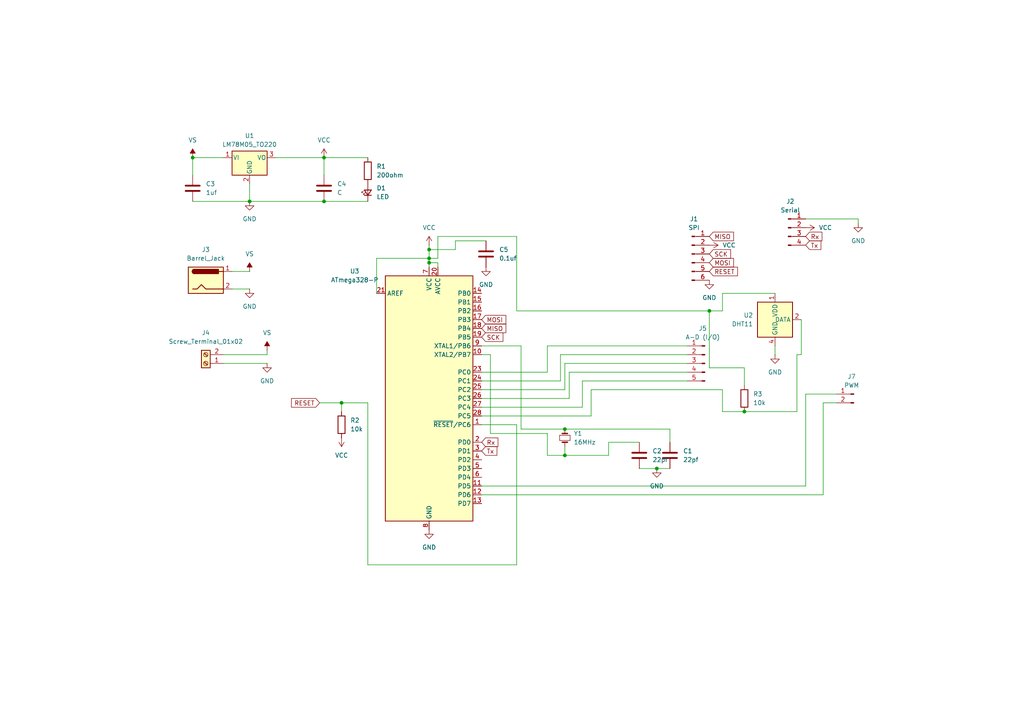
<source format=kicad_sch>
(kicad_sch (version 20250114) (generator "eeschema") (generator_version "9.0")
  (paper "A4")
  (lib_symbols
    (symbol "Connector:Barrel_Jack" (pin_names (offset 1.016))
      (property "Reference" "J" (at 0 5.334 0))
      (property "Value" "Barrel_Jack" (at 0 -5.08 0))
      (symbol "Barrel_Jack_0_1"
        (rectangle (start -5.08 3.81) (end 5.08 -3.81) (stroke (width 0.254)) (fill (type background)))
        (polyline (pts (xy -3.81 -2.54) (xy -2.54 -2.54) (xy -1.27 -1.27) (xy 0 -2.54) (xy 2.54 -2.54) (xy 5.08 -2.54)) (stroke (width 0.254)))
        (arc (start -3.302 1.905) (mid -3.9343 2.54) (end -3.302 3.175) (stroke (width 0.254)))
        (arc (start -3.302 1.905) (mid -3.9343 2.54) (end -3.302 3.175) (stroke (width 0.254)) (fill (type outline)))
        (rectangle (start 3.683 3.175) (end -3.302 1.905) (stroke (width 0.254)) (fill (type outline)))
        (polyline (pts (xy 5.08 2.54) (xy 3.81 2.54)) (stroke (width 0.254)))
      )
      (symbol "Barrel_Jack_1_1"
        (pin passive line (at 7.62 2.54 180) (length 2.54) (name "~") (number "1"))
        (pin passive line (at 7.62 -2.54 180) (length 2.54) (name "~") (number "2"))
      )
    )
    (symbol "Connector:Conn_01x02_Pin" (pin_names (offset 1.016) (hide yes))
      (property "Reference" "J" (at 0 2.54 0))
      (property "Value" "Conn_01x02_Pin" (at 0 -5.08 0))
      (symbol "Conn_01x02_Pin_1_1"
        (rectangle (start 0.8636 0.127) (end 0 -0.127) (stroke (width 0.1524)) (fill (type outline)))
        (rectangle (start 0.8636 -2.413) (end 0 -2.667) (stroke (width 0.1524)) (fill (type outline)))
        (polyline (pts (xy 1.27 0) (xy 0.8636 0)) (stroke (width 0.1524)))
        (polyline (pts (xy 1.27 -2.54) (xy 0.8636 -2.54)) (stroke (width 0.1524)))
        (pin passive line (at 5.08 0 180) (length 3.81) (name "Pin_1") (number "1"))
        (pin passive line (at 5.08 -2.54 180) (length 3.81) (name "Pin_2") (number "2"))
      )
    )
    (symbol "Connector:Conn_01x04_Pin" (pin_names (offset 1.016) (hide yes))
      (property "Reference" "J" (at 0 5.08 0))
      (property "Value" "Conn_01x04_Pin" (at 0 -7.62 0))
      (symbol "Conn_01x04_Pin_1_1"
        (rectangle (start 0.8636 2.667) (end 0 2.413) (stroke (width 0.1524)) (fill (type outline)))
        (rectangle (start 0.8636 0.127) (end 0 -0.127) (stroke (width 0.1524)) (fill (type outline)))
        (rectangle (start 0.8636 -2.413) (end 0 -2.667) (stroke (width 0.1524)) (fill (type outline)))
        (rectangle (start 0.8636 -4.953) (end 0 -5.207) (stroke (width 0.1524)) (fill (type outline)))
        (polyline (pts (xy 1.27 2.54) (xy 0.8636 2.54)) (stroke (width 0.1524)))
        (polyline (pts (xy 1.27 0) (xy 0.8636 0)) (stroke (width 0.1524)))
        (polyline (pts (xy 1.27 -2.54) (xy 0.8636 -2.54)) (stroke (width 0.1524)))
        (polyline (pts (xy 1.27 -5.08) (xy 0.8636 -5.08)) (stroke (width 0.1524)))
        (pin passive line (at 5.08 2.54 180) (length 3.81) (name "Pin_1") (number "1"))
        (pin passive line (at 5.08 0 180) (length 3.81) (name "Pin_2") (number "2"))
        (pin passive line (at 5.08 -2.54 180) (length 3.81) (name "Pin_3") (number "3"))
        (pin passive line (at 5.08 -5.08 180) (length 3.81) (name "Pin_4") (number "4"))
      )
    )
    (symbol "Connector:Conn_01x05_Pin" (pin_names (offset 1.016) (hide yes))
      (property "Reference" "J" (at 0 7.62 0))
      (property "Value" "Conn_01x05_Pin" (at 0 -7.62 0))
      (symbol "Conn_01x05_Pin_1_1"
        (rectangle (start 0.8636 5.207) (end 0 4.953) (stroke (width 0.1524)) (fill (type outline)))
        (rectangle (start 0.8636 2.667) (end 0 2.413) (stroke (width 0.1524)) (fill (type outline)))
        (rectangle (start 0.8636 0.127) (end 0 -0.127) (stroke (width 0.1524)) (fill (type outline)))
        (rectangle (start 0.8636 -2.413) (end 0 -2.667) (stroke (width 0.1524)) (fill (type outline)))
        (rectangle (start 0.8636 -4.953) (end 0 -5.207) (stroke (width 0.1524)) (fill (type outline)))
        (polyline (pts (xy 1.27 5.08) (xy 0.8636 5.08)) (stroke (width 0.1524)))
        (polyline (pts (xy 1.27 2.54) (xy 0.8636 2.54)) (stroke (width 0.1524)))
        (polyline (pts (xy 1.27 0) (xy 0.8636 0)) (stroke (width 0.1524)))
        (polyline (pts (xy 1.27 -2.54) (xy 0.8636 -2.54)) (stroke (width 0.1524)))
        (polyline (pts (xy 1.27 -5.08) (xy 0.8636 -5.08)) (stroke (width 0.1524)))
        (pin passive line (at 5.08 5.08 180) (length 3.81) (name "Pin_1") (number "1"))
        (pin passive line (at 5.08 2.54 180) (length 3.81) (name "Pin_2") (number "2"))
        (pin passive line (at 5.08 0 180) (length 3.81) (name "Pin_3") (number "3"))
        (pin passive line (at 5.08 -2.54 180) (length 3.81) (name "Pin_4") (number "4"))
        (pin passive line (at 5.08 -5.08 180) (length 3.81) (name "Pin_5") (number "5"))
      )
    )
    (symbol "Connector:Conn_01x06_Pin" (pin_names (offset 1.016) (hide yes))
      (property "Reference" "J" (at 0 7.62 0))
      (property "Value" "Conn_01x06_Pin" (at 0 -10.16 0))
      (symbol "Conn_01x06_Pin_1_1"
        (rectangle (start 0.8636 5.207) (end 0 4.953) (stroke (width 0.1524)) (fill (type outline)))
        (rectangle (start 0.8636 2.667) (end 0 2.413) (stroke (width 0.1524)) (fill (type outline)))
        (rectangle (start 0.8636 0.127) (end 0 -0.127) (stroke (width 0.1524)) (fill (type outline)))
        (rectangle (start 0.8636 -2.413) (end 0 -2.667) (stroke (width 0.1524)) (fill (type outline)))
        (rectangle (start 0.8636 -4.953) (end 0 -5.207) (stroke (width 0.1524)) (fill (type outline)))
        (rectangle (start 0.8636 -7.493) (end 0 -7.747) (stroke (width 0.1524)) (fill (type outline)))
        (polyline (pts (xy 1.27 5.08) (xy 0.8636 5.08)) (stroke (width 0.1524)))
        (polyline (pts (xy 1.27 2.54) (xy 0.8636 2.54)) (stroke (width 0.1524)))
        (polyline (pts (xy 1.27 0) (xy 0.8636 0)) (stroke (width 0.1524)))
        (polyline (pts (xy 1.27 -2.54) (xy 0.8636 -2.54)) (stroke (width 0.1524)))
        (polyline (pts (xy 1.27 -5.08) (xy 0.8636 -5.08)) (stroke (width 0.1524)))
        (polyline (pts (xy 1.27 -7.62) (xy 0.8636 -7.62)) (stroke (width 0.1524)))
        (pin passive line (at 5.08 5.08 180) (length 3.81) (name "Pin_1") (number "1"))
        (pin passive line (at 5.08 2.54 180) (length 3.81) (name "Pin_2") (number "2"))
        (pin passive line (at 5.08 0 180) (length 3.81) (name "Pin_3") (number "3"))
        (pin passive line (at 5.08 -2.54 180) (length 3.81) (name "Pin_4") (number "4"))
        (pin passive line (at 5.08 -5.08 180) (length 3.81) (name "Pin_5") (number "5"))
        (pin passive line (at 5.08 -7.62 180) (length 3.81) (name "Pin_6") (number "6"))
      )
    )
    (symbol "Connector:Screw_Terminal_01x02" (pin_names (offset 1.016) (hide yes))
      (property "Reference" "J" (at 0 2.54 0))
      (property "Value" "Screw_Terminal_01x02" (at 0 -5.08 0))
      (symbol "Screw_Terminal_01x02_1_1"
        (rectangle (start -1.27 1.27) (end 1.27 -3.81) (stroke (width 0.254)) (fill (type background)))
        (polyline (pts (xy -0.5334 0.3302) (xy 0.3302 -0.508)) (stroke (width 0.1524)))
        (polyline (pts (xy -0.5334 -2.2098) (xy 0.3302 -3.048)) (stroke (width 0.1524)))
        (polyline (pts (xy -0.3556 0.508) (xy 0.508 -0.3302)) (stroke (width 0.1524)))
        (polyline (pts (xy -0.3556 -2.032) (xy 0.508 -2.8702)) (stroke (width 0.1524)))
        (circle (center 0 0) (radius 0.635) (stroke (width 0.1524)))
        (circle (center 0 -2.54) (radius 0.635) (stroke (width 0.1524)))
        (pin passive line (at -5.08 0 0) (length 3.81) (name "Pin_1") (number "1"))
        (pin passive line (at -5.08 -2.54 0) (length 3.81) (name "Pin_2") (number "2"))
      )
    )
    (symbol "Device:C" (pin_numbers (hide yes)) (pin_names (offset 0.254))
      (property "Reference" "C" (at 0.635 2.54 0))
      (property "Value" "C" (at 0.635 -2.54 0))
      (symbol "C_0_1"
        (polyline (pts (xy -2.032 0.762) (xy 2.032 0.762)) (stroke (width 0.508)))
        (polyline (pts (xy -2.032 -0.762) (xy 2.032 -0.762)) (stroke (width 0.508)))
      )
      (symbol "C_1_1"
        (pin passive line (at 0 3.81 270) (length 2.794) (name "~") (number "1"))
        (pin passive line (at 0 -3.81 90) (length 2.794) (name "~") (number "2"))
      )
    )
    (symbol "Device:R" (pin_numbers (hide yes)) (pin_names (offset 0))
      (property "Reference" "R" (at 2.032 0 90))
      (property "Value" "R" (at 0 0 90))
      (symbol "R_0_1"
        (rectangle (start -1.016 -2.54) (end 1.016 2.54) (stroke (width 0.254)))
      )
      (symbol "R_1_1"
        (pin passive line (at 0 3.81 270) (length 1.27) (name "~") (number "1"))
        (pin passive line (at 0 -3.81 90) (length 1.27) (name "~") (number "2"))
      )
    )
    (symbol "MCU_Microchip_ATmega:ATmega328-P"
      (property "Reference" "U" (at -12.7 36.83 0))
      (property "Value" "ATmega328-P" (at 2.54 -36.83 0))
      (symbol "ATmega328-P_0_1"
        (rectangle (start -12.7 -35.56) (end 12.7 35.56) (stroke (width 0.254)) (fill (type background)))
      )
      (symbol "ATmega328-P_1_1"
        (pin passive line (at -15.24 30.48 0) (length 2.54) (name "AREF") (number "21"))
        (pin power_in line (at 0 38.1 270) (length 2.54) (name "VCC") (number "7"))
        (pin passive line (at 0 -38.1 90) (length 2.54) (hide yes) (name "GND") (number "22"))
        (pin power_in line (at 0 -38.1 90) (length 2.54) (name "GND") (number "8"))
        (pin power_in line (at 2.54 38.1 270) (length 2.54) (name "AVCC") (number "20"))
        (pin bidirectional line (at 15.24 30.48 180) (length 2.54) (name "PB0") (number "14"))
        (pin bidirectional line (at 15.24 27.94 180) (length 2.54) (name "PB1") (number "15"))
        (pin bidirectional line (at 15.24 25.4 180) (length 2.54) (name "PB2") (number "16"))
        (pin bidirectional line (at 15.24 22.86 180) (length 2.54) (name "PB3") (number "17"))
        (pin bidirectional line (at 15.24 20.32 180) (length 2.54) (name "PB4") (number "18"))
        (pin bidirectional line (at 15.24 17.78 180) (length 2.54) (name "PB5") (number "19"))
        (pin bidirectional line (at 15.24 15.24 180) (length 2.54) (name "XTAL1/PB6") (number "9"))
        (pin bidirectional line (at 15.24 12.7 180) (length 2.54) (name "XTAL2/PB7") (number "10"))
        (pin bidirectional line (at 15.24 7.62 180) (length 2.54) (name "PC0") (number "23"))
        (pin bidirectional line (at 15.24 5.08 180) (length 2.54) (name "PC1") (number "24"))
        (pin bidirectional line (at 15.24 2.54 180) (length 2.54) (name "PC2") (number "25"))
        (pin bidirectional line (at 15.24 0 180) (length 2.54) (name "PC3") (number "26"))
        (pin bidirectional line (at 15.24 -2.54 180) (length 2.54) (name "PC4") (number "27"))
        (pin bidirectional line (at 15.24 -5.08 180) (length 2.54) (name "PC5") (number "28"))
        (pin bidirectional line (at 15.24 -7.62 180) (length 2.54) (name "~{RESET}/PC6") (number "1"))
        (pin bidirectional line (at 15.24 -12.7 180) (length 2.54) (name "PD0") (number "2"))
        (pin bidirectional line (at 15.24 -15.24 180) (length 2.54) (name "PD1") (number "3"))
        (pin bidirectional line (at 15.24 -17.78 180) (length 2.54) (name "PD2") (number "4"))
        (pin bidirectional line (at 15.24 -20.32 180) (length 2.54) (name "PD3") (number "5"))
        (pin bidirectional line (at 15.24 -22.86 180) (length 2.54) (name "PD4") (number "6"))
        (pin bidirectional line (at 15.24 -25.4 180) (length 2.54) (name "PD5") (number "11"))
        (pin bidirectional line (at 15.24 -27.94 180) (length 2.54) (name "PD6") (number "12"))
        (pin bidirectional line (at 15.24 -30.48 180) (length 2.54) (name "PD7") (number "13"))
      )
    )
    (symbol "Regulator_Linear:LM78M05_TO220" (pin_names (offset 0.254))
      (property "Reference" "U" (at -3.81 3.175 0))
      (property "Value" "LM78M05_TO220" (at 0 3.175 0))
      (symbol "LM78M05_TO220_0_1"
        (rectangle (start -5.08 1.905) (end 5.08 -5.08) (stroke (width 0.254)) (fill (type background)))
      )
      (symbol "LM78M05_TO220_1_1"
        (pin power_in line (at -7.62 0 0) (length 2.54) (name "VI") (number "1"))
        (pin power_in line (at 0 -7.62 90) (length 2.54) (name "GND") (number "2"))
        (pin power_out line (at 7.62 0 180) (length 2.54) (name "VO") (number "3"))
      )
    )
    (symbol "Sensor:DHT11"
      (property "Reference" "U" (at -3.81 6.35 0))
      (property "Value" "DHT11" (at 3.81 6.35 0))
      (symbol "DHT11_0_1"
        (rectangle (start -5.08 5.08) (end 5.08 -5.08) (stroke (width 0.254)) (fill (type background)))
      )
      (symbol "DHT11_1_1"
        (pin no_connect line (at -5.08 0 0) (length 2.54) (hide yes) (name "NC") (number "3"))
        (pin power_in line (at 0 7.62 270) (length 2.54) (name "VDD") (number "1"))
        (pin power_in line (at 0 -7.62 90) (length 2.54) (name "GND") (number "4"))
        (pin bidirectional line (at 7.62 0 180) (length 2.54) (name "DATA") (number "2"))
      )
    )
    (symbol "SparkFun-Clock:Crystal_16MHz_2.0x1.6mm" (pin_numbers (hide yes)) (pin_names (offset 1.016) (hide yes))
      (property "Reference" "Y" (at 0 2.54 0))
      (property "Value" "16MHz" (at 0 -2.54 0))
      (symbol "Crystal_16MHz_2.0x1.6mm_0_1"
        (polyline (pts (xy -1.27 -0.762) (xy -1.27 0.762)) (stroke (width 0.381)))
        (rectangle (start -0.762 -1.524) (end 0.762 1.524))
        (polyline (pts (xy 1.27 -0.762) (xy 1.27 0.762)) (stroke (width 0.381)))
      )
      (symbol "Crystal_16MHz_2.0x1.6mm_1_1"
        (pin passive line (at -2.54 0 0) (length 1.27) (name "1") (number "1"))
        (pin passive line (at 2.54 0 180) (length 1.27) (name "2") (number "2"))
      )
    )
    (symbol "SparkFun-LED:LED" (pin_numbers (hide yes)) (pin_names (offset 1.016) (hide yes))
      (property "Reference" "D" (at 0 2.54 0))
      (property "Value" "LED" (at 0 -2.54 0))
      (symbol "LED_0_1"
        (polyline (pts (xy -0.762 -1.016) (xy -0.762 1.016)) (stroke (width 0.254)))
        (polyline (pts (xy 0 0.762) (xy -0.508 1.27) (xy -0.254 1.27) (xy -0.508 1.27) (xy -0.508 1.016)))
        (polyline (pts (xy 0.508 1.27) (xy 0 1.778) (xy 0.254 1.778) (xy 0 1.778) (xy 0 1.524)))
        (polyline (pts (xy 0.762 -1.016) (xy -0.762 0) (xy 0.762 1.016) (xy 0.762 -1.016)) (stroke (width 0.254)))
        (polyline (pts (xy 1.016 0) (xy -0.762 0)))
      )
      (symbol "LED_1_1"
        (pin passive line (at -2.54 0 0) (length 1.778) (name "K") (number "1"))
        (pin passive line (at 2.54 0 180) (length 1.778) (name "A") (number "2"))
      )
    )
    (symbol "power:GND" (power) (pin_numbers (hide yes)) (pin_names (offset 0) (hide yes))
      (property "Value" "GND" (at 0 -3.81 0))
      (symbol "GND_0_1"
        (polyline (pts (xy 0 0) (xy 0 -1.27) (xy 1.27 -1.27) (xy 0 -2.54) (xy -1.27 -1.27) (xy 0 -1.27)))
      )
      (symbol "GND_1_1"
        (pin power_in line (at 0 0 270) (length 0) (name "~") (number "1"))
      )
    )
    (symbol "power:VCC" (power) (pin_numbers (hide yes)) (pin_names (offset 0) (hide yes))
      (property "Value" "VCC" (at 0 3.556 0))
      (symbol "VCC_0_1"
        (polyline (pts (xy -0.762 1.27) (xy 0 2.54)))
        (polyline (pts (xy 0 2.54) (xy 0.762 1.27)))
        (polyline (pts (xy 0 0) (xy 0 2.54)))
      )
      (symbol "VCC_1_1"
        (pin power_in line (at 0 0 90) (length 0) (name "~") (number "1"))
      )
    )
    (symbol "power:VS" (power) (pin_numbers (hide yes)) (pin_names (offset 0) (hide yes))
      (property "Value" "VS" (at 0 3.556 0))
      (symbol "VS_0_1"
        (polyline (pts (xy 0 0) (xy 0 2.54)))
        (polyline (pts (xy 0.762 1.27) (xy -0.762 1.27) (xy 0 2.54) (xy 0.762 1.27)) (fill (type outline)))
      )
      (symbol "VS_1_1"
        (pin power_in line (at 0 0 90) (length 0) (name "~") (number "1"))
      )
    )
  )
  (junction (at 190.5 135.89))
  (junction (at 93.98 45.72))
  (junction (at 93.98 58.42))
  (junction (at 205.74 90.17))
  (junction (at 215.9 119.38))
  (junction (at 124.46 76.2))
  (junction (at 124.46 72.39))
  (junction (at 55.88 45.72))
  (junction (at 72.39 58.42))
  (junction (at 163.83 132.08))
  (junction (at 124.46 74.93))
  (junction (at 163.83 124.46))
  (junction (at 99.06 116.84))
  (wire (pts (xy 77.47 102.87) (xy 77.47 101.6)))
  (wire (pts (xy 238.76 116.84) (xy 238.76 143.51)))
  (wire (pts (xy 93.98 45.72) (xy 106.68 45.72)))
  (wire (pts (xy 127 74.93) (xy 124.46 74.93)))
  (wire (pts (xy 80.01 45.72) (xy 93.98 45.72)))
  (wire (pts (xy 158.75 100.33) (xy 158.75 107.95)))
  (wire (pts (xy 139.7 102.87) (xy 142.24 102.87)))
  (wire (pts (xy 224.79 85.09) (xy 209.55 85.09)))
  (wire (pts (xy 124.46 72.39) (xy 124.46 74.93)))
  (wire (pts (xy 238.76 143.51) (xy 139.7 143.51)))
  (wire (pts (xy 93.98 45.72) (xy 93.98 50.8)))
  (wire (pts (xy 233.68 63.5) (xy 248.92 63.5)))
  (wire (pts (xy 149.86 123.19) (xy 139.7 123.19)))
  (wire (pts (xy 224.79 100.33) (xy 224.79 102.87)))
  (wire (pts (xy 158.75 132.08) (xy 163.83 132.08)))
  (wire (pts (xy 124.46 74.93) (xy 124.46 76.2)))
  (wire (pts (xy 64.77 102.87) (xy 77.47 102.87)))
  (wire (pts (xy 64.77 105.41) (xy 77.47 105.41)))
  (wire (pts (xy 163.83 132.08) (xy 176.53 132.08)))
  (wire (pts (xy 165.1 115.57) (xy 139.7 115.57)))
  (wire (pts (xy 72.39 78.74) (xy 67.31 78.74)))
  (wire (pts (xy 149.86 68.58) (xy 127 68.58)))
  (wire (pts (xy 233.68 114.3) (xy 242.57 114.3)))
  (wire (pts (xy 185.42 128.27) (xy 176.53 128.27)))
  (wire (pts (xy 194.31 128.27) (xy 194.31 124.46)))
  (wire (pts (xy 55.88 45.72) (xy 64.77 45.72)))
  (wire (pts (xy 165.1 107.95) (xy 199.39 107.95)))
  (wire (pts (xy 215.9 111.76) (xy 215.9 106.68)))
  (wire (pts (xy 55.88 50.8) (xy 55.88 45.72)))
  (wire (pts (xy 185.42 135.89) (xy 190.5 135.89)))
  (wire (pts (xy 190.5 135.89) (xy 194.31 135.89)))
  (wire (pts (xy 205.74 90.17) (xy 149.86 90.17)))
  (wire (pts (xy 127 76.2) (xy 127 77.47)))
  (wire (pts (xy 92.71 116.84) (xy 99.06 116.84)))
  (wire (pts (xy 109.22 85.09) (xy 109.22 74.93)))
  (wire (pts (xy 205.74 106.68) (xy 205.74 90.17)))
  (wire (pts (xy 171.45 120.65) (xy 139.7 120.65)))
  (wire (pts (xy 248.92 63.5) (xy 248.92 64.77)))
  (wire (pts (xy 209.55 113.03) (xy 209.55 119.38)))
  (wire (pts (xy 238.76 116.84) (xy 242.57 116.84)))
  (wire (pts (xy 151.13 100.33) (xy 139.7 100.33)))
  (wire (pts (xy 163.83 124.46) (xy 151.13 124.46)))
  (wire (pts (xy 233.68 114.3) (xy 233.68 140.97)))
  (wire (pts (xy 163.83 105.41) (xy 199.39 105.41)))
  (wire (pts (xy 93.98 58.42) (xy 106.68 58.42)))
  (wire (pts (xy 209.55 85.09) (xy 209.55 90.17)))
  (wire (pts (xy 233.68 140.97) (xy 139.7 140.97)))
  (wire (pts (xy 171.45 113.03) (xy 171.45 120.65)))
  (wire (pts (xy 215.9 106.68) (xy 205.74 106.68)))
  (wire (pts (xy 109.22 74.93) (xy 124.46 74.93)))
  (wire (pts (xy 140.97 69.85) (xy 132.08 69.85)))
  (wire (pts (xy 127 68.58) (xy 127 74.93)))
  (wire (pts (xy 231.14 102.87) (xy 232.41 102.87)))
  (wire (pts (xy 165.1 107.95) (xy 165.1 115.57)))
  (wire (pts (xy 163.83 132.08) (xy 163.83 129.54)))
  (wire (pts (xy 163.83 105.41) (xy 163.83 113.03)))
  (wire (pts (xy 151.13 124.46) (xy 151.13 100.33)))
  (wire (pts (xy 72.39 83.82) (xy 67.31 83.82)))
  (wire (pts (xy 55.88 58.42) (xy 72.39 58.42)))
  (wire (pts (xy 106.68 163.83) (xy 149.86 163.83)))
  (wire (pts (xy 209.55 90.17) (xy 205.74 90.17)))
  (wire (pts (xy 162.56 110.49) (xy 139.7 110.49)))
  (wire (pts (xy 168.91 110.49) (xy 199.39 110.49)))
  (wire (pts (xy 142.24 125.73) (xy 158.75 125.73)))
  (wire (pts (xy 168.91 118.11) (xy 139.7 118.11)))
  (wire (pts (xy 232.41 102.87) (xy 232.41 92.71)))
  (wire (pts (xy 124.46 76.2) (xy 127 76.2)))
  (wire (pts (xy 99.06 116.84) (xy 106.68 116.84)))
  (wire (pts (xy 149.86 163.83) (xy 149.86 123.19)))
  (wire (pts (xy 231.14 119.38) (xy 231.14 102.87)))
  (wire (pts (xy 132.08 72.39) (xy 124.46 72.39)))
  (wire (pts (xy 72.39 58.42) (xy 72.39 53.34)))
  (wire (pts (xy 209.55 119.38) (xy 215.9 119.38)))
  (wire (pts (xy 158.75 107.95) (xy 139.7 107.95)))
  (wire (pts (xy 158.75 100.33) (xy 199.39 100.33)))
  (wire (pts (xy 99.06 119.38) (xy 99.06 116.84)))
  (wire (pts (xy 72.39 58.42) (xy 93.98 58.42)))
  (wire (pts (xy 149.86 90.17) (xy 149.86 68.58)))
  (wire (pts (xy 158.75 125.73) (xy 158.75 132.08)))
  (wire (pts (xy 168.91 110.49) (xy 168.91 118.11)))
  (wire (pts (xy 162.56 102.87) (xy 199.39 102.87)))
  (wire (pts (xy 215.9 119.38) (xy 231.14 119.38)))
  (wire (pts (xy 124.46 76.2) (xy 124.46 77.47)))
  (wire (pts (xy 132.08 69.85) (xy 132.08 72.39)))
  (wire (pts (xy 142.24 102.87) (xy 142.24 125.73)))
  (wire (pts (xy 124.46 71.12) (xy 124.46 72.39)))
  (wire (pts (xy 163.83 113.03) (xy 139.7 113.03)))
  (wire (pts (xy 176.53 128.27) (xy 176.53 132.08)))
  (wire (pts (xy 106.68 116.84) (xy 106.68 163.83)))
  (wire (pts (xy 194.31 124.46) (xy 163.83 124.46)))
  (wire (pts (xy 162.56 102.87) (xy 162.56 110.49)))
  (wire (pts (xy 171.45 113.03) (xy 209.55 113.03)))
  (global_label "MOSI" (shape input) (at 205.74 76.2 0) (property "Intersheetrefs" "${INTERSHEET_REFS}" (effects (hide yes))))
  (global_label "MISO" (shape input) (at 205.74 68.58 0) (property "Intersheetrefs" "${INTERSHEET_REFS}" (effects (hide yes))))
  (global_label "Rx" (shape input) (at 233.68 68.58 0) (property "Intersheetrefs" "${INTERSHEET_REFS}" (effects (hide yes))))
  (global_label "Rx" (shape input) (at 139.7 128.27 0) (property "Intersheetrefs" "${INTERSHEET_REFS}" (effects (hide yes))))
  (global_label "SCK" (shape input) (at 205.74 73.66 0) (property "Intersheetrefs" "${INTERSHEET_REFS}" (effects (hide yes))))
  (global_label "MOSI" (shape input) (at 139.7 92.71 0) (property "Intersheetrefs" "${INTERSHEET_REFS}" (effects (hide yes))))
  (global_label "MISO" (shape input) (at 139.7 95.25 0) (property "Intersheetrefs" "${INTERSHEET_REFS}" (effects (hide yes))))
  (global_label "RESET" (shape input) (at 92.71 116.84 180) (property "Intersheetrefs" "${INTERSHEET_REFS}" (effects (hide yes))))
  (global_label "Tx" (shape input) (at 139.7 130.81 0) (property "Intersheetrefs" "${INTERSHEET_REFS}" (effects (hide yes))))
  (global_label "SCK" (shape input) (at 139.7 97.79 0) (property "Intersheetrefs" "${INTERSHEET_REFS}" (effects (hide yes))))
  (global_label "RESET" (shape input) (at 205.74 78.74 0) (property "Intersheetrefs" "${INTERSHEET_REFS}" (effects (hide yes))))
  (global_label "Tx" (shape input) (at 233.68 71.12 0) (property "Intersheetrefs" "${INTERSHEET_REFS}" (effects (hide yes))))
  (symbol (lib_id "Device:R") (at 99.06 123.19 0) (unit 1)
    (property "Reference" "R2" (at 101.6 121.9199 0) (effects (justify left)))
    (property "Value" "10k" (at 101.6 124.4599 0) (effects (justify left)))
    (property "Footprint" "Resistor_THT:R_Axial_DIN0204_L3.6mm_D1.6mm_P1.90mm_Vertical" (effects (hide yes)))
    (property "Description" "Resistor" (effects (hide yes)))
  )
  (symbol (lib_id "Connector:Conn_01x05_Pin") (at 204.47 105.41 0) (mirror y) (unit 1)
    (property "Reference" "J5" (at 203.835 95.25 0))
    (property "Value" "A-D (I/O)" (at 203.835 97.79 0))
    (property "Footprint" "Connector_PinSocket_2.54mm:PinSocket_1x05_P2.54mm_Vertical" (effects (hide yes)))
    (property "Description" "Generic connector, single row, 01x05, script generated" (effects (hide yes)))
  )
  (symbol (lib_id "power:VCC") (at 93.98 45.72 0) (unit 1)
    (property "Reference" "#PWR06" (effects (hide yes)))
    (property "Value" "VCC" (at 93.98 40.64 0))
    (property "Description" "Power symbol creates a global label with name \"VCC\"" (effects (hide yes)))
  )
  (symbol (lib_id "Connector:Conn_01x04_Pin") (at 228.6 66.04 0) (unit 1)
    (property "Reference" "J2" (at 229.235 58.42 0))
    (property "Value" "Serial" (at 229.235 60.96 0))
    (property "Footprint" "Connector_PinHeader_2.54mm:PinHeader_1x04_P2.54mm_Vertical" (effects (hide yes)))
    (property "Description" "Generic connector, single row, 01x04, script generated" (effects (hide yes)))
  )
  (symbol (lib_id "power:VCC") (at 233.68 66.04 270) (unit 1)
    (property "Reference" "#PWR015" (effects (hide yes)))
    (property "Value" "VCC" (at 237.49 66.0399 90) (effects (justify left)))
    (property "Description" "Power symbol creates a global label with name \"VCC\"" (effects (hide yes)))
  )
  (symbol (lib_id "Sensor:DHT11") (at 224.79 92.71 0) (unit 1)
    (property "Reference" "U2" (at 218.44 91.4399 0) (effects (justify right)))
    (property "Value" "DHT11" (at 218.44 93.9799 0) (effects (justify right)))
    (property "Footprint" "Sensor:Aosong_DHT11_5.5x12.0_P2.54mm" (effects (hide yes)))
    (property "Datasheet" "http://akizukidenshi.com/download/ds/aosong/DHT11.pdf" (effects (hide yes)))
    (property "Description" "3.3V to 5.5V, temperature and humidity module, DHT11" (effects (hide yes)))
  )
  (symbol (lib_id "power:GND") (at 224.79 102.87 0) (unit 1)
    (property "Reference" "#PWR017" (effects (hide yes)))
    (property "Value" "GND" (at 224.79 107.95 0))
    (property "Description" "Power symbol creates a global label with name \"GND\" , ground" (effects (hide yes)))
  )
  (symbol (lib_id "Device:C") (at 140.97 73.66 0) (unit 1)
    (property "Reference" "C5" (at 144.78 72.3899 0) (effects (justify left)))
    (property "Value" "0.1uf" (at 144.78 74.9299 0) (effects (justify left)))
    (property "Footprint" "Capacitor_THT:C_Disc_D5.0mm_W2.5mm_P5.00mm" (effects (hide yes)))
    (property "Description" "Unpolarized capacitor" (effects (hide yes)))
  )
  (symbol (lib_id "Regulator_Linear:LM78M05_TO220") (at 72.39 45.72 0) (unit 1)
    (property "Reference" "U1" (at 72.39 39.37 0))
    (property "Value" "LM78M05_TO220" (at 72.39 41.91 0))
    (property "Footprint" "Package_TO_SOT_THT:TO-220-3_Vertical" (effects (hide yes)))
    (property "Datasheet" "https://www.onsemi.com/pub/Collateral/MC78M00-D.PDF" (effects (hide yes)))
    (property "Description" "Positive 500mA 35V Linear Regulator, Fixed Output 5V, TO-220" (effects (hide yes)))
  )
  (symbol (lib_id "Device:C") (at 194.31 132.08 0) (unit 1)
    (property "Reference" "C1" (at 198.12 130.8099 0) (effects (justify left)))
    (property "Value" "22pf" (at 198.12 133.3499 0) (effects (justify left)))
    (property "Footprint" "Capacitor_THT:C_Disc_D5.0mm_W2.5mm_P5.00mm" (effects (hide yes)))
    (property "Description" "Unpolarized capacitor" (effects (hide yes)))
  )
  (symbol (lib_id "power:VS") (at 77.47 101.6 0) (unit 1)
    (property "Reference" "#PWR03" (effects (hide yes)))
    (property "Value" "VS" (at 77.47 96.52 0))
    (property "Description" "Power symbol creates a global label with name \"VS\"" (effects (hide yes)))
  )
  (symbol (lib_id "SparkFun-LED:LED") (at 106.68 55.88 90) (unit 1)
    (property "Reference" "D1" (at 109.22 54.5464 90) (effects (justify right)))
    (property "Value" "LED" (at 109.22 57.0864 90) (effects (justify right)))
    (property "Footprint" "LED_THT:LED_D3.0mm" (effects (hide yes)))
    (property "Description" "Light emitting diode" (effects (hide yes)))
    (property "PROD_ID" "LED-" (effects (hide yes)))
  )
  (symbol (lib_id "Device:R") (at 215.9 115.57 180) (unit 1)
    (property "Reference" "R3" (at 218.44 114.2999 0) (effects (justify right)))
    (property "Value" "10k" (at 218.44 116.8399 0) (effects (justify right)))
    (property "Footprint" "Resistor_THT:R_Axial_DIN0204_L3.6mm_D1.6mm_P1.90mm_Vertical" (effects (hide yes)))
    (property "Description" "Resistor" (effects (hide yes)))
  )
  (symbol (lib_id "Connector:Screw_Terminal_01x02") (at 59.69 105.41 180) (unit 1)
    (property "Reference" "J4" (at 59.69 96.52 0))
    (property "Value" "Screw_Terminal_01x02" (at 59.69 99.06 0))
    (property "Footprint" "SparkFun-Connector:Screw_Terminal_3.5mm-2-Blue" (effects (hide yes)))
    (property "Description" "Generic screw terminal, single row, 01x02, script generated (kicad-library-utils/schlib/autogen/connector/)" (effects (hide yes)))
  )
  (symbol (lib_id "power:GND") (at 124.46 153.67 0) (unit 1)
    (property "Reference" "#PWR010" (effects (hide yes)))
    (property "Value" "GND" (at 124.46 158.75 0))
    (property "Description" "Power symbol creates a global label with name \"GND\" , ground" (effects (hide yes)))
  )
  (symbol (lib_id "Device:R") (at 106.68 49.53 0) (unit 1)
    (property "Reference" "R1" (at 109.22 48.2599 0) (effects (justify left)))
    (property "Value" "200ohm" (at 109.22 50.7999 0) (effects (justify left)))
    (property "Footprint" "Resistor_THT:R_Axial_DIN0204_L3.6mm_D1.6mm_P1.90mm_Vertical" (effects (hide yes)))
    (property "Description" "Resistor" (effects (hide yes)))
  )
  (symbol (lib_id "Connector:Barrel_Jack") (at 59.69 81.28 0) (unit 1)
    (property "Reference" "J3" (at 59.69 72.39 0))
    (property "Value" "Barrel_Jack" (at 59.69 74.93 0))
    (property "Footprint" "Connector_BarrelJack:BarrelJack_GCT_DCJ200-10-A_Horizontal" (effects (hide yes)))
    (property "Description" "DC Barrel Jack" (effects (hide yes)))
  )
  (symbol (lib_id "Device:C") (at 185.42 132.08 0) (unit 1)
    (property "Reference" "C2" (at 189.23 130.8099 0) (effects (justify left)))
    (property "Value" "22pf" (at 189.23 133.3499 0) (effects (justify left)))
    (property "Footprint" "Capacitor_THT:C_Disc_D5.0mm_W2.5mm_P5.00mm" (effects (hide yes)))
    (property "Description" "Unpolarized capacitor" (effects (hide yes)))
  )
  (symbol (lib_id "power:GND") (at 140.97 77.47 0) (unit 1)
    (property "Reference" "#PWR09" (effects (hide yes)))
    (property "Value" "GND" (at 140.97 82.55 0))
    (property "Description" "Power symbol creates a global label with name \"GND\" , ground" (effects (hide yes)))
  )
  (symbol (lib_id "Connector:Conn_01x02_Pin") (at 247.65 114.3 0) (mirror y) (unit 1)
    (property "Reference" "J7" (at 247.015 109.22 0))
    (property "Value" "PWM" (at 247.015 111.76 0))
    (property "Footprint" "Connector_PinSocket_2.54mm:PinSocket_1x02_P2.54mm_Vertical" (effects (hide yes)))
    (property "Description" "Generic connector, single row, 01x02, script generated" (effects (hide yes)))
  )
  (symbol (lib_id "power:VCC") (at 124.46 71.12 0) (unit 1)
    (property "Reference" "#PWR08" (effects (hide yes)))
    (property "Value" "VCC" (at 124.46 66.04 0))
    (property "Description" "Power symbol creates a global label with name \"VCC\"" (effects (hide yes)))
  )
  (symbol (lib_id "SparkFun-Clock:Crystal_16MHz_2.0x1.6mm") (at 163.83 127 90) (unit 1)
    (property "Reference" "Y1" (at 166.37 125.7299 90) (effects (justify right)))
    (property "Value" "16MHz" (at 166.37 128.2699 90) (effects (justify right)))
    (property "Footprint" "Crystal:Crystal_HC49-4H_Vertical" (effects (hide yes)))
    (property "Datasheet" "https://www.murata.com/products/productdata/8801057112094/SPEC-XRCGB16M000FXN01R0.pdf" (effects (hide yes)))
    (property "Description" "Crystal" (effects (hide yes)))
    (property "PROD_ID" "XTAL-14681" (effects (hide yes)))
  )
  (symbol (lib_id "power:VCC") (at 99.06 127 180) (unit 1)
    (property "Reference" "#PWR011" (effects (hide yes)))
    (property "Value" "VCC" (at 99.06 132.08 0))
    (property "Description" "Power symbol creates a global label with name \"VCC\"" (effects (hide yes)))
  )
  (symbol (lib_id "power:VS") (at 55.88 45.72 0) (unit 1)
    (property "Reference" "#PWR07" (effects (hide yes)))
    (property "Value" "VS" (at 55.88 40.64 0))
    (property "Description" "Power symbol creates a global label with name \"VS\"" (effects (hide yes)))
  )
  (symbol (lib_id "power:GND") (at 72.39 83.82 0) (unit 1)
    (property "Reference" "#PWR02" (effects (hide yes)))
    (property "Value" "GND" (at 72.39 88.9 0))
    (property "Description" "Power symbol creates a global label with name \"GND\" , ground" (effects (hide yes)))
  )
  (symbol (lib_id "MCU_Microchip_ATmega:ATmega328-P") (at 124.46 115.57 0) (unit 1)
    (property "Reference" "U3" (at 102.87 78.6698 0))
    (property "Value" "ATmega328-P" (at 102.87 81.2098 0))
    (property "Footprint" "Package_DIP:DIP-28_W7.62mm" (effects (hide yes)))
    (property "Datasheet" "http://ww1.microchip.com/downloads/en/DeviceDoc/ATmega328_P%20AVR%20MCU%20with%20picoPower%20Technology%20Data%20Sheet%2040001984A.pdf" (effects (hide yes)))
    (property "Description" "20MHz, 32kB Flash, 2kB SRAM, 1kB EEPROM, DIP-28" (effects (hide yes)))
  )
  (symbol (lib_id "power:GND") (at 77.47 105.41 0) (unit 1)
    (property "Reference" "#PWR04" (effects (hide yes)))
    (property "Value" "GND" (at 77.47 110.49 0))
    (property "Description" "Power symbol creates a global label with name \"GND\" , ground" (effects (hide yes)))
  )
  (symbol (lib_id "power:GND") (at 205.74 81.28 0) (unit 1)
    (property "Reference" "#PWR014" (effects (hide yes)))
    (property "Value" "GND" (at 205.74 86.36 0))
    (property "Description" "Power symbol creates a global label with name \"GND\" , ground" (effects (hide yes)))
  )
  (symbol (lib_id "Connector:Conn_01x06_Pin") (at 200.66 73.66 0) (unit 1)
    (property "Reference" "J1" (at 201.295 63.5 0))
    (property "Value" "SPI" (at 201.295 66.04 0))
    (property "Footprint" "Connector_PinSocket_2.54mm:PinSocket_1x06_P2.54mm_Vertical" (effects (hide yes)))
    (property "Description" "Generic connector, single row, 01x06, script generated" (effects (hide yes)))
  )
  (symbol (lib_id "power:VCC") (at 205.74 71.12 270) (unit 1)
    (property "Reference" "#PWR013" (effects (hide yes)))
    (property "Value" "VCC" (at 209.55 71.1199 90) (effects (justify left)))
    (property "Description" "Power symbol creates a global label with name \"VCC\"" (effects (hide yes)))
  )
  (symbol (lib_id "Device:C") (at 93.98 54.61 0) (unit 1)
    (property "Reference" "C4" (at 97.79 53.3399 0) (effects (justify left)))
    (property "Value" "C" (at 97.79 55.8799 0) (effects (justify left)))
    (property "Footprint" "Capacitor_THT:C_Disc_D5.0mm_W2.5mm_P5.00mm" (effects (hide yes)))
    (property "Description" "Unpolarized capacitor" (effects (hide yes)))
  )
  (symbol (lib_id "power:GND") (at 190.5 135.89 0) (unit 1)
    (property "Reference" "#PWR012" (effects (hide yes)))
    (property "Value" "GND" (at 190.5 140.97 0))
    (property "Description" "Power symbol creates a global label with name \"GND\" , ground" (effects (hide yes)))
  )
  (symbol (lib_id "power:VS") (at 72.39 78.74 0) (unit 1)
    (property "Reference" "#PWR01" (effects (hide yes)))
    (property "Value" "VS" (at 72.39 73.66 0))
    (property "Description" "Power symbol creates a global label with name \"VS\"" (effects (hide yes)))
  )
  (symbol (lib_id "power:GND") (at 72.39 58.42 0) (unit 1)
    (property "Reference" "#PWR05" (effects (hide yes)))
    (property "Value" "GND" (at 72.39 63.5 0))
    (property "Description" "Power symbol creates a global label with name \"GND\" , ground" (effects (hide yes)))
  )
  (symbol (lib_id "Device:C") (at 55.88 54.61 0) (unit 1)
    (property "Reference" "C3" (at 59.69 53.3399 0) (effects (justify left)))
    (property "Value" "1uf" (at 59.69 55.8799 0) (effects (justify left)))
    (property "Footprint" "Capacitor_THT:CP_Radial_D8.0mm_P3.50mm" (effects (hide yes)))
    (property "Description" "Unpolarized capacitor" (effects (hide yes)))
  )
  (symbol (lib_id "power:GND") (at 248.92 64.77 0) (unit 1)
    (property "Reference" "#PWR016" (effects (hide yes)))
    (property "Value" "GND" (at 248.92 69.85 0))
    (property "Description" "Power symbol creates a global label with name \"GND\" , ground" (effects (hide yes)))
  )
)
</source>
